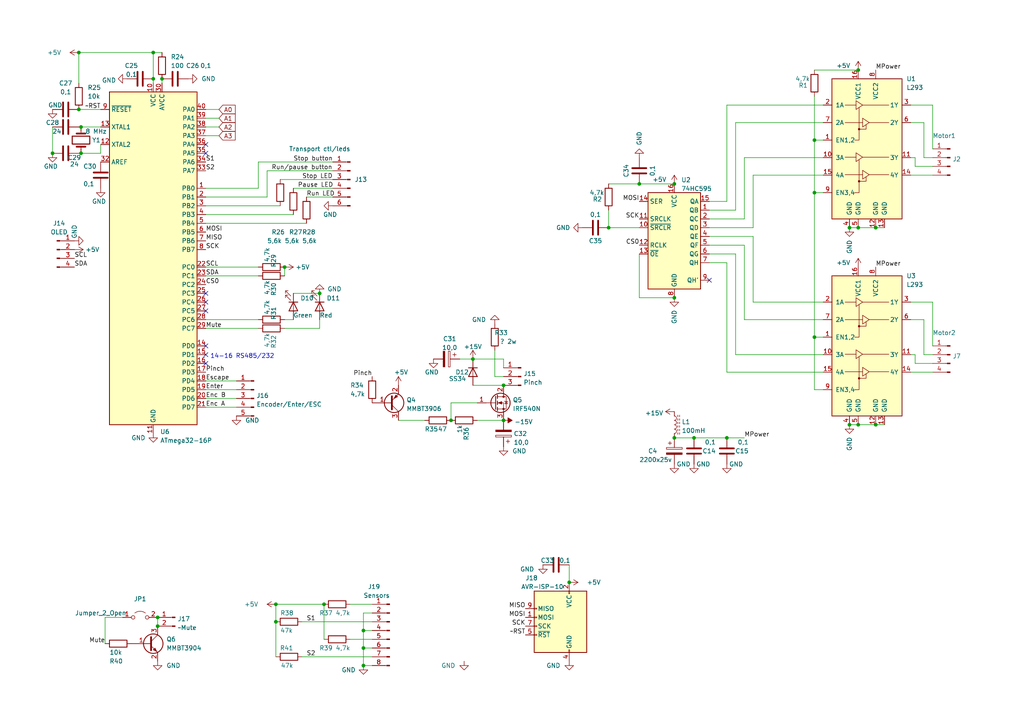
<source format=kicad_sch>
(kicad_sch (version 20211123) (generator eeschema)
  (paper "A4")
  (lib_symbols
    (symbol "74xx:74HC595"
      (property "Reference" "U" (at -7.62 13.97 0))
      (property "Value" "74HC595" (at -7.62 -16.51 0))
      (symbol "74HC595_1_0"
        (pin tri_state line (at 10.16 7.62 180) (length 2.54) (name "QB") (number "1"))
        (pin input line (at -10.16 2.54 0) (length 2.54) (name "~{SRCLR}") (number "10"))
        (pin input line (at -10.16 5.08 0) (length 2.54) (name "SRCLK") (number "11"))
        (pin input line (at -10.16 -2.54 0) (length 2.54) (name "RCLK") (number "12"))
        (pin input line (at -10.16 -5.08 0) (length 2.54) (name "~{OE}") (number "13"))
        (pin input line (at -10.16 10.16 0) (length 2.54) (name "SER") (number "14"))
        (pin tri_state line (at 10.16 10.16 180) (length 2.54) (name "QA") (number "15"))
        (pin power_in line (at 0 15.24 270) (length 2.54) (name "VCC") (number "16"))
        (pin tri_state line (at 10.16 5.08 180) (length 2.54) (name "QC") (number "2"))
        (pin tri_state line (at 10.16 2.54 180) (length 2.54) (name "QD") (number "3"))
        (pin tri_state line (at 10.16 0 180) (length 2.54) (name "QE") (number "4"))
        (pin tri_state line (at 10.16 -2.54 180) (length 2.54) (name "QF") (number "5"))
        (pin tri_state line (at 10.16 -5.08 180) (length 2.54) (name "QG") (number "6"))
        (pin tri_state line (at 10.16 -7.62 180) (length 2.54) (name "QH") (number "7"))
        (pin power_in line (at 0 -17.78 90) (length 2.54) (name "GND") (number "8"))
        (pin output line (at 10.16 -12.7 180) (length 2.54) (name "QH'") (number "9"))
      )
    )
    (symbol "Connector:AVR-ISP-10" (pin_names (offset 1.016))
      (property "Reference" "J" (at -6.35 11.43 0))
      (property "Value" "AVR-ISP-10" (at 0 11.43 0))
      (symbol "AVR-ISP-10_1_1"
        (pin passive line (at 10.16 2.54 180) (length 2.54) (name "MOSI") (number "1"))
        (pin passive line (at -2.54 -10.16 90) (length 2.54) hide (name "GND") (number "10"))
        (pin passive line (at -2.54 12.7 270) (length 2.54) (name "VCC") (number "2"))
        (pin no_connect line (at 7.62 -5.08 180) (length 2.54) hide (name "NC") (number "3"))
        (pin passive line (at -2.54 -10.16 90) (length 2.54) (name "GND") (number "4"))
        (pin passive line (at 10.16 -2.54 180) (length 2.54) (name "~{RST}") (number "5"))
        (pin passive line (at -2.54 -10.16 90) (length 2.54) hide (name "GND") (number "6"))
        (pin passive line (at 10.16 0 180) (length 2.54) (name "SCK") (number "7"))
        (pin passive line (at -2.54 -10.16 90) (length 2.54) hide (name "GND") (number "8"))
        (pin passive line (at 10.16 5.08 180) (length 2.54) (name "MISO") (number "9"))
      )
    )
    (symbol "Connector:Conn_01x02_Male" (pin_names (offset 1.016) hide)
      (property "Reference" "J" (at 0 2.54 0))
      (property "Value" "Conn_01x02_Male" (at 0 -5.08 0))
      (symbol "Conn_01x02_Male_1_1"
        (pin passive line (at 5.08 0 180) (length 3.81) (name "Pin_1") (number "1"))
        (pin passive line (at 5.08 -2.54 180) (length 3.81) (name "Pin_2") (number "2"))
      )
    )
    (symbol "Connector:Conn_01x03_Male" (pin_names (offset 1.016) hide)
      (property "Reference" "J" (at 0 5.08 0))
      (property "Value" "Conn_01x03_Male" (at 0 -5.08 0))
      (symbol "Conn_01x03_Male_1_1"
        (pin passive line (at 5.08 2.54 180) (length 3.81) (name "Pin_1") (number "1"))
        (pin passive line (at 5.08 0 180) (length 3.81) (name "Pin_2") (number "2"))
        (pin passive line (at 5.08 -2.54 180) (length 3.81) (name "Pin_3") (number "3"))
      )
    )
    (symbol "Connector:Conn_01x04_Male" (pin_names (offset 1.016) hide)
      (property "Reference" "J" (at 0 5.08 0))
      (property "Value" "Conn_01x04_Male" (at 0 -7.62 0))
      (symbol "Conn_01x04_Male_1_1"
        (pin passive line (at 5.08 2.54 180) (length 3.81) (name "Pin_1") (number "1"))
        (pin passive line (at 5.08 0 180) (length 3.81) (name "Pin_2") (number "2"))
        (pin passive line (at 5.08 -2.54 180) (length 3.81) (name "Pin_3") (number "3"))
        (pin passive line (at 5.08 -5.08 180) (length 3.81) (name "Pin_4") (number "4"))
      )
    )
    (symbol "Connector:Conn_01x05_Male" (pin_names (offset 1.016) hide)
      (property "Reference" "J" (at 0 7.62 0))
      (property "Value" "Conn_01x05_Male" (at 0 -7.62 0))
      (symbol "Conn_01x05_Male_1_1"
        (pin passive line (at 5.08 5.08 180) (length 3.81) (name "Pin_1") (number "1"))
        (pin passive line (at 5.08 2.54 180) (length 3.81) (name "Pin_2") (number "2"))
        (pin passive line (at 5.08 0 180) (length 3.81) (name "Pin_3") (number "3"))
        (pin passive line (at 5.08 -2.54 180) (length 3.81) (name "Pin_4") (number "4"))
        (pin passive line (at 5.08 -5.08 180) (length 3.81) (name "Pin_5") (number "5"))
      )
    )
    (symbol "Connector:Conn_01x06_Male" (pin_names (offset 1.016) hide)
      (property "Reference" "J" (at 0 7.62 0))
      (property "Value" "Conn_01x06_Male" (at 0 -10.16 0))
      (symbol "Conn_01x06_Male_1_1"
        (pin passive line (at 5.08 5.08 180) (length 3.81) (name "Pin_1") (number "1"))
        (pin passive line (at 5.08 2.54 180) (length 3.81) (name "Pin_2") (number "2"))
        (pin passive line (at 5.08 0 180) (length 3.81) (name "Pin_3") (number "3"))
        (pin passive line (at 5.08 -2.54 180) (length 3.81) (name "Pin_4") (number "4"))
        (pin passive line (at 5.08 -5.08 180) (length 3.81) (name "Pin_5") (number "5"))
        (pin passive line (at 5.08 -7.62 180) (length 3.81) (name "Pin_6") (number "6"))
      )
    )
    (symbol "Connector:Conn_01x08_Male" (pin_names (offset 1.016) hide)
      (property "Reference" "J" (at 0 10.16 0))
      (property "Value" "Conn_01x08_Male" (at 0 -12.7 0))
      (symbol "Conn_01x08_Male_1_1"
        (pin passive line (at 5.08 7.62 180) (length 3.81) (name "Pin_1") (number "1"))
        (pin passive line (at 5.08 5.08 180) (length 3.81) (name "Pin_2") (number "2"))
        (pin passive line (at 5.08 2.54 180) (length 3.81) (name "Pin_3") (number "3"))
        (pin passive line (at 5.08 0 180) (length 3.81) (name "Pin_4") (number "4"))
        (pin passive line (at 5.08 -2.54 180) (length 3.81) (name "Pin_5") (number "5"))
        (pin passive line (at 5.08 -5.08 180) (length 3.81) (name "Pin_6") (number "6"))
        (pin passive line (at 5.08 -7.62 180) (length 3.81) (name "Pin_7") (number "7"))
        (pin passive line (at 5.08 -10.16 180) (length 3.81) (name "Pin_8") (number "8"))
      )
    )
    (symbol "Device:C" (pin_numbers hide) (pin_names (offset 0.254))
      (property "Reference" "C" (at 0.635 2.54 0))
      (property "Value" "C" (at 0.635 -2.54 0))
      (symbol "C_1_1"
        (pin passive line (at 0 3.81 270) (length 2.794) (name "~") (number "1"))
        (pin passive line (at 0 -3.81 90) (length 2.794) (name "~") (number "2"))
      )
    )
    (symbol "Device:C_Polarized" (pin_numbers hide) (pin_names (offset 0.254))
      (property "Reference" "C" (at 0.635 2.54 0))
      (property "Value" "C_Polarized" (at 0.635 -2.54 0))
      (symbol "C_Polarized_1_1"
        (pin passive line (at 0 3.81 270) (length 2.794) (name "~") (number "1"))
        (pin passive line (at 0 -3.81 90) (length 2.794) (name "~") (number "2"))
      )
    )
    (symbol "Device:Crystal" (pin_numbers hide) (pin_names (offset 1.016) hide)
      (property "Reference" "Y" (at 0 3.81 0))
      (property "Value" "Crystal" (at 0 -3.81 0))
      (symbol "Crystal_1_1"
        (pin passive line (at -3.81 0 0) (length 1.27) (name "1") (number "1"))
        (pin passive line (at 3.81 0 180) (length 1.27) (name "2") (number "2"))
      )
    )
    (symbol "Device:D" (pin_numbers hide) (pin_names (offset 1.016) hide)
      (property "Reference" "D" (at 0 2.54 0))
      (property "Value" "D" (at 0 -2.54 0))
      (symbol "D_1_1"
        (pin passive line (at -3.81 0 0) (length 2.54) (name "K") (number "1"))
        (pin passive line (at 3.81 0 180) (length 2.54) (name "A") (number "2"))
      )
    )
    (symbol "Device:LED" (pin_numbers hide) (pin_names (offset 1.016) hide)
      (property "Reference" "D" (at 0 2.54 0))
      (property "Value" "LED" (at 0 -2.54 0))
      (symbol "LED_1_1"
        (pin passive line (at -3.81 0 0) (length 2.54) (name "K") (number "1"))
        (pin passive line (at 3.81 0 180) (length 2.54) (name "A") (number "2"))
      )
    )
    (symbol "Device:L_Ferrite" (pin_numbers hide) (pin_names (offset 1.016) hide)
      (property "Reference" "L" (at -1.27 0 90))
      (property "Value" "L_Ferrite" (at 2.794 0 90))
      (symbol "L_Ferrite_1_1"
        (pin passive line (at 0 3.81 270) (length 1.27) (name "1") (number "1"))
        (pin passive line (at 0 -3.81 90) (length 1.27) (name "2") (number "2"))
      )
    )
    (symbol "Device:R" (pin_numbers hide) (pin_names (offset 0))
      (property "Reference" "R" (at 2.032 0 90))
      (property "Value" "R" (at 0 0 90))
      (symbol "R_1_1"
        (pin passive line (at 0 3.81 270) (length 1.27) (name "~") (number "1"))
        (pin passive line (at 0 -3.81 90) (length 1.27) (name "~") (number "2"))
      )
    )
    (symbol "Driver_Motor:L293" (pin_names (offset 1.016))
      (property "Reference" "U" (at -5.08 26.035 0))
      (property "Value" "L293" (at -5.08 24.13 0))
      (symbol "L293_1_1"
        (pin input line (at -12.7 5.08 0) (length 2.54) (name "EN1,2") (number "1"))
        (pin input line (at -12.7 0 0) (length 2.54) (name "3A") (number "10"))
        (pin output line (at 12.7 0 180) (length 2.54) (name "3Y") (number "11"))
        (pin power_in line (at 2.54 -20.32 90) (length 2.54) (name "GND") (number "12"))
        (pin power_in line (at 5.08 -20.32 90) (length 2.54) (name "GND") (number "13"))
        (pin output line (at 12.7 -5.08 180) (length 2.54) (name "4Y") (number "14"))
        (pin input line (at -12.7 -5.08 0) (length 2.54) (name "4A") (number "15"))
        (pin power_in line (at -2.54 25.4 270) (length 2.54) (name "VCC1") (number "16"))
        (pin input line (at -12.7 15.24 0) (length 2.54) (name "1A") (number "2"))
        (pin output line (at 12.7 15.24 180) (length 2.54) (name "1Y") (number "3"))
        (pin power_in line (at -5.08 -20.32 90) (length 2.54) (name "GND") (number "4"))
        (pin power_in line (at -2.54 -20.32 90) (length 2.54) (name "GND") (number "5"))
        (pin output line (at 12.7 10.16 180) (length 2.54) (name "2Y") (number "6"))
        (pin input line (at -12.7 10.16 0) (length 2.54) (name "2A") (number "7"))
        (pin power_in line (at 2.54 25.4 270) (length 2.54) (name "VCC2") (number "8"))
        (pin input line (at -12.7 -10.16 0) (length 2.54) (name "EN3,4") (number "9"))
      )
    )
    (symbol "Jumper:Jumper_2_Open" (pin_names (offset 0) hide)
      (property "Reference" "JP" (at 0 2.794 0))
      (property "Value" "Jumper_2_Open" (at 0 -2.286 0))
      (symbol "Jumper_2_Open_1_1"
        (pin passive line (at -5.08 0 0) (length 2.54) (name "A") (number "1"))
        (pin passive line (at 5.08 0 180) (length 2.54) (name "B") (number "2"))
      )
    )
    (symbol "MCU_Microchip_ATmega:ATmega32-16P"
      (property "Reference" "U" (at -12.7 49.53 0))
      (property "Value" "ATmega32-16P" (at 2.54 -49.53 0))
      (symbol "ATmega32-16P_1_1"
        (pin bidirectional line (at 15.24 20.32 180) (length 2.54) (name "PB0") (number "1"))
        (pin power_in line (at 0 50.8 270) (length 2.54) (name "VCC") (number "10"))
        (pin power_in line (at 0 -50.8 90) (length 2.54) (name "GND") (number "11"))
        (pin output line (at -15.24 33.02 0) (length 2.54) (name "XTAL2") (number "12"))
        (pin input line (at -15.24 38.1 0) (length 2.54) (name "XTAL1") (number "13"))
        (pin bidirectional line (at 15.24 -25.4 180) (length 2.54) (name "PD0") (number "14"))
        (pin bidirectional line (at 15.24 -27.94 180) (length 2.54) (name "PD1") (number "15"))
        (pin bidirectional line (at 15.24 -30.48 180) (length 2.54) (name "PD2") (number "16"))
        (pin bidirectional line (at 15.24 -33.02 180) (length 2.54) (name "PD3") (number "17"))
        (pin bidirectional line (at 15.24 -35.56 180) (length 2.54) (name "PD4") (number "18"))
        (pin bidirectional line (at 15.24 -38.1 180) (length 2.54) (name "PD5") (number "19"))
        (pin bidirectional line (at 15.24 17.78 180) (length 2.54) (name "PB1") (number "2"))
        (pin bidirectional line (at 15.24 -40.64 180) (length 2.54) (name "PD6") (number "20"))
        (pin bidirectional line (at 15.24 -43.18 180) (length 2.54) (name "PD7") (number "21"))
        (pin bidirectional line (at 15.24 -2.54 180) (length 2.54) (name "PC0") (number "22"))
        (pin bidirectional line (at 15.24 -5.08 180) (length 2.54) (name "PC1") (number "23"))
        (pin bidirectional line (at 15.24 -7.62 180) (length 2.54) (name "PC2") (number "24"))
        (pin bidirectional line (at 15.24 -10.16 180) (length 2.54) (name "PC3") (number "25"))
        (pin bidirectional line (at 15.24 -12.7 180) (length 2.54) (name "PC4") (number "26"))
        (pin bidirectional line (at 15.24 -15.24 180) (length 2.54) (name "PC5") (number "27"))
        (pin bidirectional line (at 15.24 -17.78 180) (length 2.54) (name "PC6") (number "28"))
        (pin bidirectional line (at 15.24 -20.32 180) (length 2.54) (name "PC7") (number "29"))
        (pin bidirectional line (at 15.24 15.24 180) (length 2.54) (name "PB2") (number "3"))
        (pin power_in line (at 2.54 50.8 270) (length 2.54) (name "AVCC") (number "30"))
        (pin passive line (at 0 -50.8 90) (length 2.54) hide (name "GND") (number "31"))
        (pin passive line (at -15.24 27.94 0) (length 2.54) (name "AREF") (number "32"))
        (pin bidirectional line (at 15.24 25.4 180) (length 2.54) (name "PA7") (number "33"))
        (pin bidirectional line (at 15.24 27.94 180) (length 2.54) (name "PA6") (number "34"))
        (pin bidirectional line (at 15.24 30.48 180) (length 2.54) (name "PA5") (number "35"))
        (pin bidirectional line (at 15.24 33.02 180) (length 2.54) (name "PA4") (number "36"))
        (pin bidirectional line (at 15.24 35.56 180) (length 2.54) (name "PA3") (number "37"))
        (pin bidirectional line (at 15.24 38.1 180) (length 2.54) (name "PA2") (number "38"))
        (pin bidirectional line (at 15.24 40.64 180) (length 2.54) (name "PA1") (number "39"))
        (pin bidirectional line (at 15.24 12.7 180) (length 2.54) (name "PB3") (number "4"))
        (pin bidirectional line (at 15.24 43.18 180) (length 2.54) (name "PA0") (number "40"))
        (pin bidirectional line (at 15.24 10.16 180) (length 2.54) (name "PB4") (number "5"))
        (pin bidirectional line (at 15.24 7.62 180) (length 2.54) (name "PB5") (number "6"))
        (pin bidirectional line (at 15.24 5.08 180) (length 2.54) (name "PB6") (number "7"))
        (pin bidirectional line (at 15.24 2.54 180) (length 2.54) (name "PB7") (number "8"))
        (pin input line (at -15.24 43.18 0) (length 2.54) (name "~{RESET}") (number "9"))
      )
    )
    (symbol "Transistor_BJT:MMBT3904" (pin_names (offset 0) hide)
      (property "Reference" "Q" (at 5.08 1.905 0))
      (property "Value" "MMBT3904" (at 5.08 0 0))
      (symbol "MMBT3904_1_1"
        (pin input line (at -5.08 0 0) (length 5.715) (name "B") (number "1"))
        (pin passive line (at 2.54 -5.08 90) (length 2.54) (name "E") (number "2"))
        (pin passive line (at 2.54 5.08 270) (length 2.54) (name "C") (number "3"))
      )
    )
    (symbol "Transistor_BJT:MMBT3906" (pin_names (offset 0) hide)
      (property "Reference" "Q" (at 5.08 1.905 0))
      (property "Value" "MMBT3906" (at 5.08 0 0))
      (symbol "MMBT3906_1_1"
        (pin input line (at -5.08 0 0) (length 5.715) (name "B") (number "1"))
        (pin passive line (at 2.54 -5.08 90) (length 2.54) (name "E") (number "2"))
        (pin passive line (at 2.54 5.08 270) (length 2.54) (name "C") (number "3"))
      )
    )
    (symbol "Transistor_FET:IRF540N" (pin_names hide)
      (property "Reference" "Q" (at 6.35 1.905 0))
      (property "Value" "IRF540N" (at 6.35 0 0))
      (symbol "IRF540N_1_1"
        (pin input line (at -5.08 0 0) (length 2.54) (name "G") (number "1"))
        (pin passive line (at 2.54 5.08 270) (length 2.54) (name "D") (number "2"))
        (pin passive line (at 2.54 -5.08 90) (length 2.54) (name "S") (number "3"))
      )
    )
    (symbol "power:+15V" (power) (pin_names (offset 0))
      (property "Value" "+15V" (at 0 3.556 0))
      (symbol "+15V_1_1"
        (pin power_in line (at 0 0 90) (length 0) hide (name "+15V") (number "1"))
      )
    )
    (symbol "power:+5V" (power) (pin_names (offset 0))
      (property "Value" "+5V" (at 0 3.556 0))
      (symbol "+5V_1_1"
        (pin power_in line (at 0 0 90) (length 0) hide (name "+5V") (number "1"))
      )
    )
    (symbol "power:-15V" (power) (pin_names (offset 0))
      (property "Value" "-15V" (at 0 3.81 0))
      (symbol "-15V_0_0"
        (pin power_in line (at 0 0 90) (length 0) hide (name "-15V") (number "1"))
      )
    )
    (symbol "power:GND" (power) (pin_names (offset 0))
      (property "Value" "GND" (at 0 -3.81 0))
      (symbol "GND_1_1"
        (pin power_in line (at 0 0 270) (length 0) hide (name "GND") (number "1"))
      )
    )
  )
  (junction (at 248.92 66.04))
  (junction (at 146.05 111.76))
  (junction (at 185.42 53.34))
  (junction (at 105.41 193.04))
  (junction (at 254 123.19))
  (junction (at 137.16 104.14))
  (junction (at 44.45 22.86))
  (junction (at 201.295 127))
  (junction (at 23.495 44.45))
  (junction (at 246.38 66.04))
  (junction (at 44.45 15.24))
  (junction (at 22.86 31.75))
  (junction (at 195.58 86.36))
  (junction (at 93.98 175.26))
  (junction (at 246.38 123.19))
  (junction (at 80.01 180.34))
  (junction (at 236.22 97.79))
  (junction (at 82.55 77.47))
  (junction (at 22.86 15.24))
  (junction (at 248.92 123.19))
  (junction (at 105.41 187.96))
  (junction (at 195.58 53.34))
  (junction (at 165.1 168.91))
  (junction (at 210.82 127))
  (junction (at 236.22 55.88))
  (junction (at 45.72 181.61))
  (junction (at 236.22 40.64))
  (junction (at 130.81 121.92))
  (junction (at 92.71 85.09))
  (junction (at 46.99 22.86))
  (junction (at 176.53 66.04))
  (junction (at 254 66.04))
  (junction (at 45.72 179.07))
  (junction (at 80.01 175.26))
  (junction (at 23.495 36.83))
  (junction (at 248.92 20.32))
  (junction (at 195.58 127))
  (junction (at 105.41 182.88))
  (junction (at 146.05 121.92))
  (junction (at 15.24 44.45))
  (no_connect (at 205.74 81.28))
  (no_connect (at 59.69 100.33))
  (no_connect (at 59.69 102.87))
  (no_connect (at 59.69 90.17))
  (no_connect (at 59.69 41.91))
  (no_connect (at 59.69 85.09))
  (no_connect (at 59.69 87.63))
  (no_connect (at 59.69 44.45))
  (no_connect (at 59.69 105.41))
  (wire (pts (xy 205.74 60.96) (xy 213.36 60.96)))
  (wire (pts (xy 59.69 80.01) (xy 74.93 80.01)))
  (wire (pts (xy 218.44 50.8) (xy 238.76 50.8)))
  (wire (pts (xy 80.01 175.26) (xy 93.98 175.26)))
  (wire (pts (xy 176.53 66.04) (xy 185.42 66.04)))
  (wire (pts (xy 210.82 76.2) (xy 205.74 76.2)))
  (wire (pts (xy 270.51 100.33) (xy 270.51 87.63)))
  (wire (pts (xy 238.76 107.95) (xy 210.82 107.95)))
  (wire (pts (xy 270.51 43.18) (xy 270.51 30.48)))
  (wire (pts (xy 81.28 52.07) (xy 96.52 52.07)))
  (wire (pts (xy 82.55 95.25) (xy 92.71 95.25)))
  (wire (pts (xy 63.5 31.75) (xy 59.69 31.75)))
  (wire (pts (xy 22.86 36.83) (xy 23.495 36.83)))
  (wire (pts (xy 265.43 102.87) (xy 264.16 102.87)))
  (wire (pts (xy 87.63 180.34) (xy 107.95 180.34)))
  (wire (pts (xy 205.74 63.5) (xy 215.9 63.5)))
  (wire (pts (xy 85.09 85.09) (xy 92.71 85.09)))
  (wire (pts (xy 215.9 63.5) (xy 215.9 45.72)))
  (wire (pts (xy 238.76 102.87) (xy 213.36 102.87)))
  (wire (pts (xy 45.72 179.07) (xy 45.72 181.61)))
  (wire (pts (xy 215.9 71.12) (xy 205.74 71.12)))
  (wire (pts (xy 59.69 110.49) (xy 68.58 110.49)))
  (wire (pts (xy 236.22 40.64) (xy 236.22 55.88)))
  (wire (pts (xy 246.38 66.04) (xy 248.92 66.04)))
  (wire (pts (xy 264.16 107.95) (xy 270.51 107.95)))
  (wire (pts (xy 22.86 31.75) (xy 29.21 31.75)))
  (wire (pts (xy 185.42 73.66) (xy 185.42 86.36)))
  (wire (pts (xy 15.24 36.83) (xy 15.24 44.45)))
  (wire (pts (xy 85.09 54.61) (xy 96.52 54.61)))
  (wire (pts (xy 101.6 175.26) (xy 107.95 175.26)))
  (wire (pts (xy 92.71 95.25) (xy 92.71 92.71)))
  (wire (pts (xy 22.86 44.45) (xy 23.495 44.45)))
  (wire (pts (xy 205.74 66.04) (xy 218.44 66.04)))
  (wire (pts (xy 210.82 30.48) (xy 238.76 30.48)))
  (wire (pts (xy 213.36 35.56) (xy 238.76 35.56)))
  (wire (pts (xy 215.9 127) (xy 210.82 127)))
  (wire (pts (xy 59.69 77.47) (xy 74.93 77.47)))
  (wire (pts (xy 213.36 102.87) (xy 213.36 73.66)))
  (wire (pts (xy 254 123.19) (xy 256.54 123.19)))
  (wire (pts (xy 105.41 193.04) (xy 107.95 193.04)))
  (wire (pts (xy 270.51 48.26) (xy 265.43 48.26)))
  (wire (pts (xy 195.58 127) (xy 201.295 127)))
  (wire (pts (xy 35.56 179.07) (xy 30.48 179.07)))
  (wire (pts (xy 80.01 175.26) (xy 80.01 180.34)))
  (wire (pts (xy 93.98 175.26) (xy 93.98 185.42)))
  (wire (pts (xy 80.01 180.34) (xy 80.01 190.5)))
  (wire (pts (xy 267.97 35.56) (xy 264.16 35.56)))
  (wire (pts (xy 74.93 46.99) (xy 96.52 46.99)))
  (wire (pts (xy 59.69 62.23) (xy 85.09 62.23)))
  (wire (pts (xy 59.69 64.77) (xy 88.9 64.77)))
  (wire (pts (xy 238.76 87.63) (xy 218.44 87.63)))
  (wire (pts (xy 101.6 185.42) (xy 107.95 185.42)))
  (wire (pts (xy 185.42 86.36) (xy 195.58 86.36)))
  (wire (pts (xy 82.55 77.47) (xy 82.55 80.01)))
  (wire (pts (xy 267.97 102.87) (xy 267.97 92.71)))
  (wire (pts (xy 215.9 45.72) (xy 238.76 45.72)))
  (wire (pts (xy 59.69 92.71) (xy 74.93 92.71)))
  (wire (pts (xy 185.42 53.34) (xy 195.58 53.34)))
  (wire (pts (xy 236.22 97.79) (xy 236.22 55.88)))
  (wire (pts (xy 248.92 66.04) (xy 254 66.04)))
  (wire (pts (xy 264.16 92.71) (xy 267.97 92.71)))
  (wire (pts (xy 236.22 55.88) (xy 238.76 55.88)))
  (wire (pts (xy 23.495 36.83) (xy 29.21 36.83)))
  (wire (pts (xy 210.82 107.95) (xy 210.82 76.2)))
  (wire (pts (xy 236.22 20.32) (xy 248.92 20.32)))
  (wire (pts (xy 59.69 57.15) (xy 77.47 57.15)))
  (wire (pts (xy 270.51 30.48) (xy 264.16 30.48)))
  (wire (pts (xy 270.51 105.41) (xy 265.43 105.41)))
  (wire (pts (xy 264.16 50.8) (xy 270.51 50.8)))
  (wire (pts (xy 246.38 123.19) (xy 248.92 123.19)))
  (wire (pts (xy 22.86 15.24) (xy 44.45 15.24)))
  (wire (pts (xy 105.41 187.96) (xy 105.41 193.04)))
  (wire (pts (xy 107.95 187.96) (xy 105.41 187.96)))
  (wire (pts (xy 146.05 106.68) (xy 146.05 104.14)))
  (wire (pts (xy 88.9 57.15) (xy 96.52 57.15)))
  (wire (pts (xy 59.69 59.69) (xy 81.28 59.69)))
  (wire (pts (xy 115.57 121.92) (xy 123.19 121.92)))
  (wire (pts (xy 248.92 123.19) (xy 254 123.19)))
  (wire (pts (xy 176.53 53.34) (xy 185.42 53.34)))
  (wire (pts (xy 133.35 104.14) (xy 137.16 104.14)))
  (wire (pts (xy 236.22 27.94) (xy 236.22 40.64)))
  (wire (pts (xy 138.43 121.92) (xy 146.05 121.92)))
  (wire (pts (xy 264.16 45.72) (xy 265.43 45.72)))
  (wire (pts (xy 44.45 22.86) (xy 44.45 15.24)))
  (wire (pts (xy 29.21 44.45) (xy 23.495 44.45)))
  (wire (pts (xy 215.9 92.71) (xy 215.9 71.12)))
  (wire (pts (xy 146.05 104.14) (xy 137.16 104.14)))
  (wire (pts (xy 270.51 87.63) (xy 264.16 87.63)))
  (wire (pts (xy 238.76 92.71) (xy 215.9 92.71)))
  (wire (pts (xy 270.51 102.87) (xy 267.97 102.87)))
  (wire (pts (xy 267.97 45.72) (xy 267.97 35.56)))
  (wire (pts (xy 77.47 49.53) (xy 96.52 49.53)))
  (wire (pts (xy 254 66.04) (xy 256.54 66.04)))
  (wire (pts (xy 270.51 45.72) (xy 267.97 45.72)))
  (wire (pts (xy 30.48 179.07) (xy 30.48 186.69)))
  (wire (pts (xy 238.76 97.79) (xy 236.22 97.79)))
  (wire (pts (xy 105.41 182.88) (xy 105.41 187.96)))
  (wire (pts (xy 44.45 22.86) (xy 44.45 24.13)))
  (wire (pts (xy 143.51 101.6) (xy 143.51 109.22)))
  (wire (pts (xy 176.53 60.96) (xy 176.53 66.04)))
  (wire (pts (xy 210.82 58.42) (xy 210.82 30.48)))
  (wire (pts (xy 130.81 116.84) (xy 138.43 116.84)))
  (wire (pts (xy 77.47 49.53) (xy 77.47 57.15)))
  (wire (pts (xy 265.43 105.41) (xy 265.43 102.87)))
  (wire (pts (xy 218.44 68.58) (xy 205.74 68.58)))
  (wire (pts (xy 46.99 22.86) (xy 46.99 24.13)))
  (wire (pts (xy 205.74 58.42) (xy 210.82 58.42)))
  (wire (pts (xy 107.95 177.8) (xy 105.41 177.8)))
  (wire (pts (xy 59.69 115.57) (xy 68.58 115.57)))
  (wire (pts (xy 29.21 41.91) (xy 29.21 44.45)))
  (wire (pts (xy 59.69 95.25) (xy 74.93 95.25)))
  (wire (pts (xy 105.41 177.8) (xy 105.41 182.88)))
  (wire (pts (xy 44.45 15.24) (xy 46.99 15.24)))
  (wire (pts (xy 59.69 39.37) (xy 63.5 39.37)))
  (wire (pts (xy 59.69 34.29) (xy 63.5 34.29)))
  (wire (pts (xy 137.16 111.76) (xy 146.05 111.76)))
  (wire (pts (xy 59.69 36.83) (xy 63.5 36.83)))
  (wire (pts (xy 107.95 182.88) (xy 105.41 182.88)))
  (wire (pts (xy 218.44 87.63) (xy 218.44 68.58)))
  (wire (pts (xy 210.82 127) (xy 201.295 127)))
  (wire (pts (xy 236.22 113.03) (xy 236.22 97.79)))
  (wire (pts (xy 143.51 109.22) (xy 146.05 109.22)))
  (wire (pts (xy 218.44 66.04) (xy 218.44 50.8)))
  (wire (pts (xy 87.63 190.5) (xy 107.95 190.5)))
  (wire (pts (xy 130.81 116.84) (xy 130.81 121.92)))
  (wire (pts (xy 238.76 40.64) (xy 236.22 40.64)))
  (wire (pts (xy 82.55 92.71) (xy 85.09 92.71)))
  (wire (pts (xy 59.69 118.11) (xy 68.58 118.11)))
  (wire (pts (xy 74.93 46.99) (xy 74.93 54.61)))
  (wire (pts (xy 213.36 73.66) (xy 205.74 73.66)))
  (wire (pts (xy 265.43 48.26) (xy 265.43 45.72)))
  (wire (pts (xy 74.93 54.61) (xy 59.69 54.61)))
  (wire (pts (xy 22.86 24.13) (xy 22.86 15.24)))
  (wire (pts (xy 165.1 163.83) (xy 165.1 168.91)))
  (wire (pts (xy 238.76 113.03) (xy 236.22 113.03)))
  (wire (pts (xy 213.36 60.96) (xy 213.36 35.56)))
  (wire (pts (xy 59.69 113.03) (xy 68.58 113.03)))
  (text "14-16 RS485/232" (at 60.96 104.14 0) (effects (font (size 1.27 1.27)) (justify left bottom)))
  (label "Stop LED" (at 87.63 52.07 0))
  (label "S1" (at 59.69 46.99 0))
  (label "MPower" (at 254 20.32 0))
  (label "Escape" (at 59.69 110.49 0))
  (label "SCK" (at 185.42 63.5 180))
  (label "MPower" (at 215.9 127 0))
  (label "CS0" (at 59.69 82.55 0))
  (label "SDA" (at 21.59 77.47 0))
  (label "MISO" (at 152.4 176.53 180))
  (label "MPower" (at 254 77.47 0))
  (label "Mute" (at 30.48 186.69 180))
  (label "MOSI" (at 152.4 179.07 180))
  (label "S2" (at 88.9 190.5 0))
  (label "~RST" (at 152.4 184.15 180))
  (label "~RST" (at 29.21 31.75 180))
  (label "Run{slash}pause button" (at 78.74 49.53 0))
  (label "Pause LED" (at 86.36 54.61 0))
  (label "Enc B" (at 59.69 115.57 0))
  (label "Enc A" (at 59.69 118.11 0))
  (label "SCL" (at 59.69 77.47 0))
  (label "CS0" (at 185.42 71.12 180))
  (label "Mute" (at 59.69 95.25 0))
  (label "SDA" (at 59.69 80.01 0))
  (label "SCK" (at 152.4 181.61 180))
  (label "Pinch" (at 59.69 107.95 0))
  (label "Pinch" (at 107.95 109.22 180))
  (label "SCL" (at 21.59 74.93 0))
  (label "Enter" (at 59.69 113.03 0))
  (label "S1" (at 88.9 180.34 0))
  (label "S2" (at 59.69 49.53 0))
  (label "MOSI" (at 59.69 67.31 0))
  (label "MOSI" (at 185.42 58.42 180))
  (label "Run LED" (at 88.9 57.15 0))
  (label "SCK" (at 59.69 72.39 0))
  (label "MISO" (at 59.69 69.85 0))
  (label "Stop button" (at 85.09 46.99 0))
  (global_label "A1" (shape input) (at 63.5 34.29 0) (property "Intersheet References" "${INTERSHEET_REFS}" (effects hide)))
  (global_label "A0" (shape input) (at 63.5 31.75 0) (property "Intersheet References" "${INTERSHEET_REFS}" (effects hide)))
  (global_label "A2" (shape input) (at 63.5 36.83 0) (property "Intersheet References" "${INTERSHEET_REFS}" (effects hide)))
  (global_label "A3" (shape input) (at 63.5 39.37 0) (property "Intersheet References" "${INTERSHEET_REFS}" (effects hide)))
  (symbol (lib_id "power:GND") (at 146.05 129.54 0) (unit 1)
    (property "Reference" "#PWR059" (effects hide))
    (property "Value" "GND" (at 148.59 130.81 0) (effects (justify left)))
  )
  (symbol (lib_id "power:GND") (at 195.58 134.62 0) (unit 1)
    (property "Reference" "#PWR04" (effects hide))
    (property "Value" "GND" (at 196.215 134.62 0) (effects (justify left)))
  )
  (symbol (lib_id "power:-15V") (at 146.05 121.92 270) (unit 1)
    (property "Reference" "#PWR057" (effects hide))
    (property "Value" "-15V" (at 149.225 122.3538 90) (effects (justify left)))
  )
  (symbol (lib_id "power:+5V") (at 165.1 168.91 270) (mirror x) (unit 1)
    (property "Reference" "#PWR061" (effects hide))
    (property "Value" "+5V" (at 170.18 168.91 90) (effects (justify left)))
  )
  (symbol (lib_id "MCU_Microchip_ATmega:ATmega32-16P") (at 44.45 74.93 0) (unit 1)
    (property "Reference" "U6" (at 46.4694 125.2204 0) (effects (justify left)))
    (property "Value" "ATmega32-16P" (at 46.4694 127.7573 0) (effects (justify left)))
    (property "Footprint" "Package_DIP:DIP-40_W15.24mm_Socket_LongPads" (effects hide))
    (property "Datasheet" "http://ww1.microchip.com/downloads/en/DeviceDoc/doc2503.pdf" (effects hide))
  )
  (symbol (lib_id "Device:R") (at 83.82 180.34 90) (unit 1)
    (property "Reference" "R38" (at 81.28 177.8 90) (effects (justify right)))
    (property "Value" "47k" (at 81.28 182.88 90) (effects (justify right)))
    (property "Footprint" "Resistor_SMD:R_1206_3216Metric_Pad1.30x1.75mm_HandSolder" (effects hide))
  )
  (symbol (lib_id "power:GND") (at 15.24 31.75 0) (unit 1)
    (property "Reference" "#PWR044" (effects hide))
    (property "Value" "GND" (at 13.97 30.48 0) (effects (justify left)))
  )
  (symbol (lib_id "Device:R") (at 236.22 24.13 0) (unit 1)
    (property "Reference" "R1" (at 234.315 24.765 0) (effects (justify right)))
    (property "Value" "4,7k" (at 234.95 22.86 0) (effects (justify right)))
    (property "Footprint" "Resistor_SMD:R_1206_3216Metric_Pad1.30x1.75mm_HandSolder" (effects hide))
  )
  (symbol (lib_id "Device:R") (at 78.74 80.01 90) (unit 1)
    (property "Reference" "R30" (at 79.375 81.915 0) (effects (justify right)))
    (property "Value" "4,7k" (at 77.47 81.28 0) (effects (justify right)))
    (property "Footprint" "Resistor_SMD:R_1206_3216Metric_Pad1.30x1.75mm_HandSolder" (effects hide))
  )
  (symbol (lib_id "Transistor_BJT:MMBT3904") (at 43.18 186.69 0) (unit 1)
    (property "Reference" "Q6" (at 48.26 185.4199 0) (effects (justify left)))
    (property "Value" "MMBT3904" (at 48.26 187.9599 0) (effects (justify left)))
    (property "Footprint" "Package_TO_SOT_SMD:SOT-23" (effects hide))
    (property "Datasheet" "https://www.onsemi.com/pub/Collateral/2N3903-D.PDF" (effects hide))
  )
  (symbol (lib_id "power:GND") (at 21.59 69.85 90) (unit 1)
    (property "Reference" "#PWR048" (effects hide))
    (property "Value" "GND" (at 21.59 69.215 0) (effects (justify left)))
  )
  (symbol (lib_id "power:+5V") (at 82.55 77.47 270) (unit 1)
    (property "Reference" "#PWR050" (effects hide))
    (property "Value" "+5V" (at 85.725 77.47 90) (effects (justify left)))
  )
  (symbol (lib_id "Device:R") (at 78.74 92.71 90) (unit 1)
    (property "Reference" "R31" (at 79.375 88.9 0) (effects (justify right)))
    (property "Value" "4,7k" (at 77.47 86.995 0) (effects (justify right)))
    (property "Footprint" "Resistor_SMD:R_1206_3216Metric_Pad1.30x1.75mm_HandSolder" (effects hide))
  )
  (symbol (lib_id "Device:R") (at 97.79 185.42 270) (unit 1)
    (property "Reference" "R39" (at 96.52 187.96 90) (effects (justify right)))
    (property "Value" "4,7k" (at 101.6 187.96 90) (effects (justify right)))
    (property "Footprint" "Resistor_SMD:R_1206_3216Metric_Pad1.30x1.75mm_HandSolder" (effects hide))
  )
  (symbol (lib_id "Connector:Conn_01x02_Male") (at 50.8 179.07 0) (mirror y) (unit 1)
    (property "Reference" "J17" (at 51.5112 179.5053 0) (effects (justify right)))
    (property "Value" "~Mute" (at 51.5112 182.0422 0) (effects (justify right)))
    (property "Footprint" "Connector_PinHeader_2.54mm:PinHeader_1x02_P2.54mm_Vertical" (effects hide))
  )
  (symbol (lib_id "power:GND") (at 195.58 86.36 0) (unit 1)
    (property "Reference" "#PWR0104" (effects hide))
    (property "Value" "GND" (at 195.58 93.98 90) (effects (justify left)))
  )
  (symbol (lib_id "power:GND") (at 54.61 22.86 90) (unit 1)
    (property "Reference" "#PWR043" (effects hide))
    (property "Value" "GND" (at 58.42 22.8599 90) (effects (justify right)))
  )
  (symbol (lib_id "power:GND") (at 45.72 191.77 0) (unit 1)
    (property "Reference" "#PWR063" (effects hide))
    (property "Value" "GND" (at 48.26 193.0399 0) (effects (justify left)))
  )
  (symbol (lib_id "power:GND") (at 105.41 193.04 0) (unit 1)
    (property "Reference" "#PWR066" (effects hide))
    (property "Value" "GND" (at 99.06 194.31 0) (effects (justify left)))
  )
  (symbol (lib_id "Connector:Conn_01x04_Male") (at 275.59 45.72 0) (mirror y) (unit 1)
    (property "Reference" "J2" (at 276.3012 46.1553 0) (effects (justify right)))
    (property "Value" "Motor1" (at 270.51 39.37 0) (effects (justify right)))
    (property "Footprint" "Connector_PinHeader_2.54mm:PinHeader_1x04_P2.54mm_Vertical" (effects hide))
  )
  (symbol (lib_id "power:+5V") (at 248.92 20.32 0) (unit 1)
    (property "Reference" "#PWR0106" (effects hide))
    (property "Value" "+5V" (at 242.57 19.05 0) (effects (justify left)))
  )
  (symbol (lib_id "power:+5V") (at 80.01 175.26 90) (mirror x) (unit 1)
    (property "Reference" "#PWR062" (effects hide))
    (property "Value" "+5V" (at 74.93 175.26 90) (effects (justify left)))
  )
  (symbol (lib_id "Device:R") (at 143.51 97.79 0) (unit 1)
    (property "Reference" "R33" (at 147.32 96.52 0) (effects (justify right)))
    (property "Value" "? 2w" (at 149.86 99.06 0) (effects (justify right)))
    (property "Footprint" "Resistor_THT:R_Axial_DIN0309_L9.0mm_D3.2mm_P2.54mm_Vertical" (effects hide))
  )
  (symbol (lib_id "power:GND") (at 168.91 66.04 270) (unit 1)
    (property "Reference" "#PWR0107" (effects hide))
    (property "Value" "GND" (at 161.29 66.04 90) (effects (justify left)))
  )
  (symbol (lib_id "power:GND") (at 185.42 45.72 180) (unit 1)
    (property "Reference" "#PWR01" (effects hide))
    (property "Value" "GND" (at 185.42 38.1 90) (effects (justify left)))
  )
  (symbol (lib_id "power:GND") (at 44.45 125.73 0) (unit 1)
    (property "Reference" "#PWR058" (effects hide))
    (property "Value" "GND" (at 38.1 127 0) (effects (justify left)))
  )
  (symbol (lib_id "power:+15V") (at 137.16 104.14 0) (unit 1)
    (property "Reference" "#PWR054" (effects hide))
    (property "Value" "+15V" (at 137.16 100.5642 0))
  )
  (symbol (lib_id "power:GND") (at 143.51 93.98 180) (unit 1)
    (property "Reference" "#PWR052" (effects hide))
    (property "Value" "GND" (at 140.97 92.71 0) (effects (justify left)))
  )
  (symbol (lib_id "Device:D") (at 137.16 107.95 270) (unit 1)
    (property "Reference" "D12" (at 132.08 107.95 90) (effects (justify left)))
    (property "Value" "SS34" (at 130.175 109.855 90) (effects (justify left)))
    (property "Footprint" "Diode_SMD:D_SMA-SMB_Universal_Handsoldering" (effects hide))
  )
  (symbol (lib_id "power:+15V") (at 195.58 119.38 90) (unit 1)
    (property "Reference" "#PWR02" (effects hide))
    (property "Value" "+15V" (at 192.405 119.8138 90) (effects (justify left)))
  )
  (symbol (lib_id "Device:C") (at 185.42 49.53 180) (unit 1)
    (property "Reference" "C34" (at 181.61 49.53 90))
    (property "Value" "0,1" (at 189.23 49.53 90))
    (property "Footprint" "Capacitor_SMD:C_1206_3216Metric_Pad1.33x1.80mm_HandSolder" (effects hide))
  )
  (symbol (lib_id "Driver_Motor:L293") (at 251.46 45.72 0) (unit 1)
    (property "Reference" "U1" (at 262.89 22.86 0) (effects (justify left)))
    (property "Value" "L293" (at 262.89 25.4 0) (effects (justify left)))
    (property "Footprint" "Package_DIP:DIP-16_W7.62mm_Socket_LongPads" (effects hide))
    (property "Datasheet" "http://www.ti.com/lit/ds/symlink/l293.pdf" (effects hide))
  )
  (symbol (lib_id "Device:R") (at 81.28 55.88 180) (unit 1)
    (property "Reference" "R26" (at 78.74 67.31 0) (effects (justify right)))
    (property "Value" "5,6k" (at 77.47 69.85 0) (effects (justify right)))
    (property "Footprint" "Resistor_SMD:R_1206_3216Metric_Pad1.30x1.75mm_HandSolder" (effects hide))
  )
  (symbol (lib_id "Connector:AVR-ISP-10") (at 162.56 181.61 0) (mirror y) (unit 1)
    (property "Reference" "J18" (at 152.4 167.64 0) (effects (justify right)))
    (property "Value" "AVR-ISP-10" (at 151.13 170.18 0) (effects (justify right)))
    (property "Footprint" "Connector_PinHeader_2.54mm:PinHeader_2x05_P2.54mm_Vertical" (effects hide))
    (property "Datasheet" " ~" (effects hide))
  )
  (symbol (lib_id "Device:R") (at 134.62 121.92 90) (unit 1)
    (property "Reference" "R36" (at 135.255 123.825 0) (effects (justify right)))
    (property "Value" "1k" (at 133.35 123.19 0) (effects (justify right)))
    (property "Footprint" "Resistor_SMD:R_1206_3216Metric_Pad1.30x1.75mm_HandSolder" (effects hide))
  )
  (symbol (lib_id "Driver_Motor:L293") (at 251.46 102.87 0) (unit 1)
    (property "Reference" "U3" (at 262.89 80.01 0) (effects (justify left)))
    (property "Value" "L293" (at 262.89 82.55 0) (effects (justify left)))
    (property "Footprint" "Package_DIP:DIP-16_W7.62mm_Socket_LongPads" (effects hide))
    (property "Datasheet" "http://www.ti.com/lit/ds/symlink/l293.pdf" (effects hide))
  )
  (symbol (lib_id "Device:C_Polarized") (at 195.58 130.81 0) (unit 1)
    (property "Reference" "C4" (at 187.96 130.81 0) (effects (justify left)))
    (property "Value" "2200x25v" (at 185.42 133.35 0) (effects (justify left)))
    (property "Footprint" "Capacitor_THT:CP_Radial_D13.0mm_P5.00mm" (effects hide))
  )
  (symbol (lib_id "Device:R") (at 88.9 60.96 180) (unit 1)
    (property "Reference" "R28" (at 87.63 67.31 0) (effects (justify right)))
    (property "Value" "5,6k" (at 87.63 69.85 0) (effects (justify right)))
    (property "Footprint" "Resistor_SMD:R_1206_3216Metric_Pad1.30x1.75mm_HandSolder" (effects hide))
  )
  (symbol (lib_id "power:GND") (at 15.24 44.45 0) (unit 1)
    (property "Reference" "#PWR045" (effects hide))
    (property "Value" "GND" (at 12.7 48.26 0) (effects (justify left)))
  )
  (symbol (lib_id "Connector:Conn_01x04_Male") (at 16.51 72.39 0) (unit 1)
    (property "Reference" "J14" (at 17.145 64.77 0))
    (property "Value" "OLED" (at 17.145 67.31 0))
    (property "Footprint" "Connector_PinHeader_2.54mm:PinHeader_1x04_P2.54mm_Vertical" (effects hide))
  )
  (symbol (lib_id "Device:C") (at 210.82 130.81 180) (unit 1)
    (property "Reference" "C15" (at 217.17 130.81 0) (effects (justify left)))
    (property "Value" "0,1" (at 217.17 128.27 0) (effects (justify left)))
    (property "Footprint" "Capacitor_SMD:C_1206_3216Metric_Pad1.33x1.80mm_HandSolder" (effects hide))
  )
  (symbol (lib_id "Device:R") (at 85.09 58.42 180) (unit 1)
    (property "Reference" "R27" (at 83.82 67.31 0) (effects (justify right)))
    (property "Value" "5,6k" (at 82.55 69.85 0) (effects (justify right)))
    (property "Footprint" "Resistor_SMD:R_1206_3216Metric_Pad1.30x1.75mm_HandSolder" (effects hide))
  )
  (symbol (lib_id "Device:R") (at 78.74 77.47 90) (unit 1)
    (property "Reference" "R29" (at 79.375 73.66 0) (effects (justify right)))
    (property "Value" "4,7k" (at 77.47 71.755 0) (effects (justify right)))
    (property "Footprint" "Resistor_SMD:R_1206_3216Metric_Pad1.30x1.75mm_HandSolder" (effects hide))
  )
  (symbol (lib_id "Device:C_Polarized") (at 146.05 125.73 180) (unit 1)
    (property "Reference" "C32" (at 148.971 125.7843 0) (effects (justify right)))
    (property "Value" "10,0" (at 148.971 128.3212 0) (effects (justify right)))
    (property "Footprint" "Capacitor_THT:CP_Radial_D6.3mm_P2.50mm" (effects hide))
  )
  (symbol (lib_id "Device:LED") (at 92.71 88.9 270) (unit 1)
    (property "Reference" "D11" (at 94.742 86.4778 90) (effects (justify left)))
    (property "Value" "Red" (at 92.71 91.44 90) (effects (justify left)))
    (property "Footprint" "LED_SMD:LED_1206_3216Metric_Pad1.42x1.75mm_HandSolder" (effects hide))
  )
  (symbol (lib_id "Device:C") (at 172.72 66.04 270) (unit 1)
    (property "Reference" "C35" (at 172.72 69.85 90))
    (property "Value" "0,1" (at 172.72 62.23 90))
    (property "Footprint" "Capacitor_SMD:C_1206_3216Metric_Pad1.33x1.80mm_HandSolder" (effects hide))
  )
  (symbol (lib_id "Connector:Conn_01x06_Male") (at 101.6 52.07 0) (mirror y) (unit 1)
    (property "Reference" "J13" (at 102.87 52.0699 0) (effects (justify right)))
    (property "Value" "Transport ctl/leds" (at 83.82 43.18 0) (effects (justify right)))
    (property "Footprint" "Connector_PinHeader_2.54mm:PinHeader_1x06_P2.54mm_Vertical" (effects hide))
  )
  (symbol (lib_id "power:+5V") (at 22.86 15.24 90) (unit 1)
    (property "Reference" "#PWR039" (effects hide))
    (property "Value" "+5V" (at 17.78 15.24 90) (effects (justify left)))
  )
  (symbol (lib_id "Device:R") (at 176.53 57.15 0) (unit 1)
    (property "Reference" "R2" (at 174.625 57.785 0) (effects (justify right)))
    (property "Value" "4,7k" (at 175.26 55.88 0) (effects (justify right)))
    (property "Footprint" "Resistor_SMD:R_1206_3216Metric_Pad1.30x1.75mm_HandSolder" (effects hide))
  )
  (symbol (lib_id "power:GND") (at 125.73 104.14 0) (unit 1)
    (property "Reference" "#PWR053" (effects hide))
    (property "Value" "GND" (at 123.19 107.95 0) (effects (justify left)))
  )
  (symbol (lib_id "Device:C") (at 19.05 44.45 270) (unit 1)
    (property "Reference" "C29" (at 21.59 45.72 90))
    (property "Value" "24" (at 21.59 47.625 90))
    (property "Footprint" "Capacitor_THT:C_Disc_D5.0mm_W2.5mm_P2.50mm" (effects hide))
  )
  (symbol (lib_id "power:GND") (at 96.52 59.69 270) (unit 1)
    (property "Reference" "#PWR047" (effects hide))
    (property "Value" "GND" (at 97.79 62.23 90) (effects (justify right)))
  )
  (symbol (lib_id "power:+5V") (at 21.59 72.39 270) (unit 1)
    (property "Reference" "#PWR049" (effects hide))
    (property "Value" "+5V" (at 24.765 72.39 90) (effects (justify left)))
  )
  (symbol (lib_id "Jumper:Jumper_2_Open") (at 40.64 179.07 0) (unit 1)
    (property "Reference" "JP1" (at 40.64 173.7192 0))
    (property "Value" "Jumper_2_Open" (at 29.21 177.8 0))
    (property "Footprint" "Connector_PinHeader_2.54mm:PinHeader_1x02_P2.54mm_Vertical" (effects hide))
  )
  (symbol (lib_id "Device:R") (at 22.86 27.94 180) (unit 1)
    (property "Reference" "R25" (at 25.4 25.4 0) (effects (justify right)))
    (property "Value" "10k" (at 25.4 27.94 0) (effects (justify right)))
    (property "Footprint" "Resistor_SMD:R_1206_3216Metric_Pad1.30x1.75mm_HandSolder" (effects hide))
  )
  (symbol (lib_id "Device:C") (at 19.05 31.75 90) (unit 1)
    (property "Reference" "C27" (at 19.05 24.13 90))
    (property "Value" "0,1" (at 19.05 26.67 90))
    (property "Footprint" "Capacitor_SMD:C_1206_3216Metric_Pad1.33x1.80mm_HandSolder" (effects hide))
  )
  (symbol (lib_id "power:GND") (at 246.38 66.04 0) (unit 1)
    (property "Reference" "#PWR0102" (effects hide))
    (property "Value" "GND" (at 246.38 73.66 90) (effects (justify left)))
  )
  (symbol (lib_id "power:GND") (at 157.48 163.83 0) (mirror y) (unit 1)
    (property "Reference" "#PWR060" (effects hide))
    (property "Value" "GND" (at 154.94 165.0999 0) (effects (justify left)))
  )
  (symbol (lib_id "Device:R") (at 83.82 190.5 270) (unit 1)
    (property "Reference" "R41" (at 85.09 187.96 90) (effects (justify right)))
    (property "Value" "47k" (at 85.09 193.04 90) (effects (justify right)))
    (property "Footprint" "Resistor_SMD:R_1206_3216Metric_Pad1.30x1.75mm_HandSolder" (effects hide))
  )
  (symbol (lib_id "Connector:Conn_01x04_Male") (at 275.59 102.87 0) (mirror y) (unit 1)
    (property "Reference" "J7" (at 276.3012 103.3053 0) (effects (justify right)))
    (property "Value" "Motor2" (at 270.51 96.52 0) (effects (justify right)))
    (property "Footprint" "Connector_PinHeader_2.54mm:PinHeader_1x04_P2.54mm_Vertical" (effects hide))
  )
  (symbol (lib_id "power:GND") (at 29.21 54.61 0) (unit 1)
    (property "Reference" "#PWR046" (effects hide))
    (property "Value" "GND" (at 26.67 58.42 0) (effects (justify left)))
  )
  (symbol (lib_id "Device:L_Ferrite") (at 195.58 123.19 0) (unit 1)
    (property "Reference" "L1" (at 197.739 122.3553 0) (effects (justify left)))
    (property "Value" "100mH" (at 197.739 124.8922 0) (effects (justify left)))
    (property "Footprint" "Inductor_THT:L_Toroid_Vertical_L10.0mm_W5.0mm_P5.08mm" (effects hide))
  )
  (symbol (lib_id "Connector:Conn_01x03_Male") (at 151.13 109.22 0) (mirror y) (unit 1)
    (property "Reference" "J15" (at 151.8412 108.3853 0) (effects (justify right)))
    (property "Value" "Pinch" (at 151.8412 110.9222 0) (effects (justify right)))
    (property "Footprint" "Connector_PinHeader_2.54mm:PinHeader_1x03_P2.54mm_Vertical" (effects hide))
  )
  (symbol (lib_id "74xx:74HC595") (at 195.58 68.58 0) (unit 1)
    (property "Reference" "U2" (at 197.5994 52.1802 0) (effects (justify left)))
    (property "Value" "74HC595" (at 197.5994 54.7171 0) (effects (justify left)))
    (property "Footprint" "Package_DIP:DIP-16_W7.62mm_Socket_LongPads" (effects hide))
    (property "Datasheet" "http://www.ti.com/lit/ds/symlink/sn74hc595.pdf" (effects hide))
  )
  (symbol (lib_id "Device:C") (at 19.05 36.83 270) (unit 1)
    (property "Reference" "C28" (at 15.24 35.56 90))
    (property "Value" "24" (at 16.51 38.1 90))
    (property "Footprint" "Capacitor_THT:C_Disc_D5.0mm_W2.5mm_P2.50mm" (effects hide))
  )
  (symbol (lib_id "power:GND") (at 36.83 22.86 270) (unit 1)
    (property "Reference" "#PWR040" (effects hide))
    (property "Value" "GND" (at 33.6551 23.2938 90) (effects (justify right)))
  )
  (symbol (lib_id "Device:C") (at 50.8 22.86 90) (unit 1)
    (property "Reference" "C26" (at 55.88 19.05 90))
    (property "Value" "0,1" (at 59.69 19.05 90))
    (property "Footprint" "Capacitor_SMD:C_1206_3216Metric_Pad1.33x1.80mm_HandSolder" (effects hide))
  )
  (symbol (lib_id "power:+5V") (at 248.92 77.47 0) (unit 1)
    (property "Reference" "#PWR0103" (effects hide))
    (property "Value" "+5V" (at 242.57 76.2 0) (effects (justify left)))
  )
  (symbol (lib_id "power:GND") (at 210.82 134.62 0) (unit 1)
    (property "Reference" "#PWR07" (effects hide))
    (property "Value" "GND" (at 211.455 134.62 0) (effects (justify left)))
  )
  (symbol (lib_id "Device:R") (at 107.95 113.03 180) (unit 1)
    (property "Reference" "R34" (at 101.6 111.76 0) (effects (justify right)))
    (property "Value" "4,7k" (at 101.6 114.3 0) (effects (justify right)))
    (property "Footprint" "Resistor_SMD:R_1206_3216Metric_Pad1.30x1.75mm_HandSolder" (effects hide))
  )
  (symbol (lib_id "Device:LED") (at 85.09 88.9 270) (unit 1)
    (property "Reference" "D10" (at 87.122 86.4778 90) (effects (justify left)))
    (property "Value" "Green" (at 85.09 91.44 90) (effects (justify left)))
    (property "Footprint" "LED_SMD:LED_1206_3216Metric_Pad1.42x1.75mm_HandSolder" (effects hide))
  )
  (symbol (lib_id "power:GND") (at 246.38 123.19 0) (unit 1)
    (property "Reference" "#PWR0101" (effects hide))
    (property "Value" "GND" (at 246.38 130.81 90) (effects (justify left)))
  )
  (symbol (lib_id "Connector:Conn_01x05_Male") (at 73.66 115.57 0) (mirror y) (unit 1)
    (property "Reference" "J16" (at 74.3712 114.7353 0) (effects (justify right)))
    (property "Value" "Encoder/Enter/ESC" (at 74.3712 117.2722 0) (effects (justify right)))
    (property "Footprint" "Connector_PinHeader_2.54mm:PinHeader_1x05_P2.54mm_Vertical" (effects hide))
  )
  (symbol (lib_id "power:GND") (at 92.71 85.09 180) (unit 1)
    (property "Reference" "#PWR051" (effects hide))
    (property "Value" "GND" (at 99.06 83.82 0) (effects (justify left)))
  )
  (symbol (lib_id "Connector:Conn_01x08_Male") (at 113.03 182.88 0) (mirror y) (unit 1)
    (property "Reference" "J19" (at 106.68 170.18 0) (effects (justify right)))
    (property "Value" "Sensors" (at 105.41 172.72 0) (effects (justify right)))
    (property "Footprint" "Connector_PinHeader_2.54mm:PinHeader_1x08_P2.54mm_Vertical" (effects hide))
  )
  (symbol (lib_id "Device:R") (at 46.99 19.05 180) (unit 1)
    (property "Reference" "R24" (at 49.53 16.51 0) (effects (justify right)))
    (property "Value" "100" (at 49.53 19.05 0) (effects (justify right)))
    (property "Footprint" "Resistor_SMD:R_1206_3216Metric_Pad1.30x1.75mm_HandSolder" (effects hide))
  )
  (symbol (lib_id "Device:R") (at 127 121.92 90) (unit 1)
    (property "Reference" "R35" (at 123.19 124.46 90) (effects (justify right)))
    (property "Value" "47" (at 127 124.46 90) (effects (justify right)))
    (property "Footprint" "Resistor_SMD:R_1206_3216Metric_Pad1.30x1.75mm_HandSolder" (effects hide))
  )
  (symbol (lib_id "power:GND") (at 134.62 191.77 0) (mirror y) (unit 1)
    (property "Reference" "#PWR064" (effects hide))
    (property "Value" "GND" (at 132.08 193.0399 0) (effects (justify left)))
  )
  (symbol (lib_id "power:GND") (at 201.295 134.62 0) (unit 1)
    (property "Reference" "#PWR06" (effects hide))
    (property "Value" "GND" (at 201.93 134.62 0) (effects (justify left)))
  )
  (symbol (lib_id "Transistor_FET:IRF540N") (at 143.51 116.84 0) (unit 1)
    (property "Reference" "Q5" (at 148.717 116.0053 0) (effects (justify left)))
    (property "Value" "IRF540N" (at 148.717 118.5422 0) (effects (justify left)))
    (property "Footprint" "Package_TO_SOT_THT:TO-220-3_Vertical" (effects hide))
    (property "Datasheet" "http://www.irf.com/product-info/datasheets/data/irf540n.pdf" (effects hide))
  )
  (symbol (lib_id "Device:R") (at 78.74 95.25 90) (unit 1)
    (property "Reference" "R32" (at 79.375 97.155 0) (effects (justify right)))
    (property "Value" "4,7k" (at 77.47 96.52 0) (effects (justify right)))
    (property "Footprint" "Resistor_SMD:R_1206_3216Metric_Pad1.30x1.75mm_HandSolder" (effects hide))
  )
  (symbol (lib_id "Device:R") (at 34.29 186.69 90) (unit 1)
    (property "Reference" "R40" (at 31.75 191.77 90) (effects (justify right)))
    (property "Value" "10k" (at 31.75 189.23 90) (effects (justify right)))
    (property "Footprint" "Resistor_SMD:R_1206_3216Metric_Pad1.30x1.75mm_HandSolder" (effects hide))
  )
  (symbol (lib_id "power:+5V") (at 195.58 53.34 0) (unit 1)
    (property "Reference" "#PWR0105" (effects hide))
    (property "Value" "+5V" (at 189.23 52.07 0) (effects (justify left)))
  )
  (symbol (lib_id "Transistor_BJT:MMBT3906") (at 113.03 116.84 0) (mirror x) (unit 1)
    (property "Reference" "Q4" (at 117.8814 116.0053 0) (effects (justify left)))
    (property "Value" "MMBT3906" (at 117.8814 118.5422 0) (effects (justify left)))
    (property "Footprint" "Package_TO_SOT_SMD:SOT-23" (effects hide))
    (property "Datasheet" "https://www.onsemi.com/pub/Collateral/2N3906-D.PDF" (effects hide))
  )
  (symbol (lib_id "Device:C") (at 201.295 130.81 180) (unit 1)
    (property "Reference" "C14" (at 207.645 130.81 0) (effects (justify left)))
    (property "Value" "0,1" (at 207.645 128.27 0) (effects (justify left)))
    (property "Footprint" "Capacitor_SMD:C_1206_3216Metric_Pad1.33x1.80mm_HandSolder" (effects hide))
  )
  (symbol (lib_id "power:+5V") (at 115.57 111.76 0) (unit 1)
    (property "Reference" "#PWR055" (effects hide))
    (property "Value" "+5V" (at 114.3 107.95 0) (effects (justify left)))
  )
  (symbol (lib_id "Device:Crystal") (at 23.495 40.64 90) (unit 1)
    (property "Reference" "Y1" (at 26.67 40.64 90) (effects (justify right)))
    (property "Value" "8 MHz" (at 24.765 38.1 90) (effects (justify right)))
    (property "Footprint" "Crystal:Crystal_HC49-U_Vertical" (effects hide))
  )
  (symbol (lib_id "Device:C") (at 161.29 163.83 90) (unit 1)
    (property "Reference" "C33" (at 158.75 162.56 90))
    (property "Value" "0,1" (at 163.83 162.56 90))
    (property "Footprint" "Capacitor_SMD:C_1206_3216Metric_Pad1.33x1.80mm_HandSolder" (effects hide))
  )
  (symbol (lib_id "power:GND") (at 165.1 191.77 0) (mirror y) (unit 1)
    (property "Reference" "#PWR065" (effects hide))
    (property "Value" "GND" (at 162.56 193.0399 0) (effects (justify left)))
  )
  (symbol (lib_id "power:GND") (at 68.58 120.65 0) (unit 1)
    (property "Reference" "#PWR056" (effects hide))
    (property "Value" "GND" (at 71.12 121.9199 0) (effects (justify left)))
  )
  (symbol (lib_id "Device:R") (at 97.79 175.26 270) (unit 1)
    (property "Reference" "R37" (at 96.52 177.8 90) (effects (justify right)))
    (property "Value" "4,7k" (at 101.6 177.8 90) (effects (justify right)))
    (property "Footprint" "Resistor_SMD:R_1206_3216Metric_Pad1.30x1.75mm_HandSolder" (effects hide))
  )
  (symbol (lib_id "Device:C") (at 40.64 22.86 90) (unit 1)
    (property "Reference" "C25" (at 38.1 19.05 90))
    (property "Value" "0,1" (at 38.1 21.59 90))
    (property "Footprint" "Capacitor_SMD:C_1206_3216Metric_Pad1.33x1.80mm_HandSolder" (effects hide))
  )
  (symbol (lib_id "Device:C") (at 29.21 50.8 0) (unit 1)
    (property "Reference" "C30" (at 24.13 48.26 0) (effects (justify left)))
    (property "Value" "0,1" (at 24.13 53.34 0) (effects (justify left)))
    (property "Footprint" "Capacitor_SMD:C_1206_3216Metric_Pad1.33x1.80mm_HandSolder" (effects hide))
  )
  (symbol (lib_id "Device:C_Polarized") (at 129.54 104.14 270) (unit 1)
    (property "Reference" "C31" (at 130.429 98.2812 90))
    (property "Value" "10,0" (at 130.429 100.8181 90))
    (property "Footprint" "Capacitor_THT:CP_Radial_D6.3mm_P2.50mm" (effects hide))
  )
)
</source>
